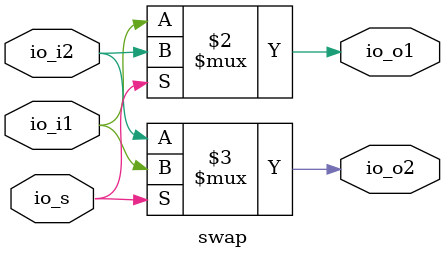
<source format=v>
`timescale 1ns/1ps

module swap(
    input wire         io_i1,
    input wire         io_i2,
    input wire         io_s,
    output reg         io_o1,
    output reg         io_o2
);

    always @(*) begin
        io_o1 = io_s ? io_i2 : io_i1;
        io_o2 = io_s ? io_i1 : io_i2;
    end

endmodule

</source>
